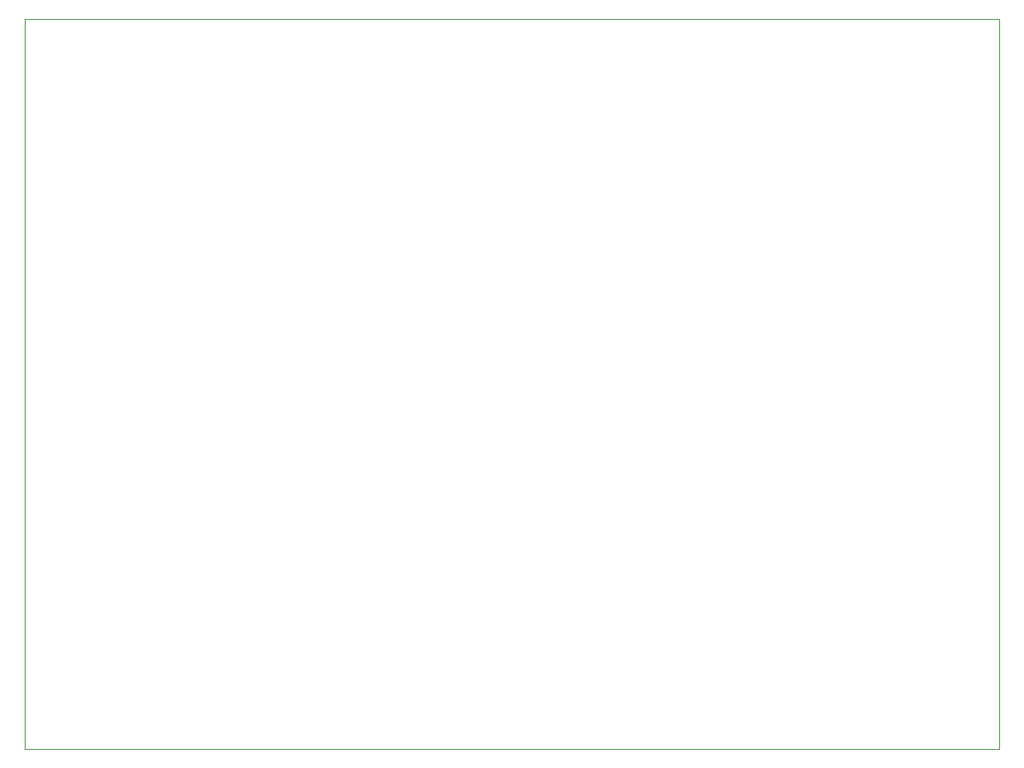
<source format=gko>
G04 Layer_Color=16711935*
%FSLAX25Y25*%
%MOIN*%
G70*
G01*
G75*
%ADD83C,0.00394*%
D83*
X0Y0D02*
Y294882D01*
X393307D01*
Y0D02*
Y294882D01*
X0Y0D02*
X393307D01*
M02*

</source>
